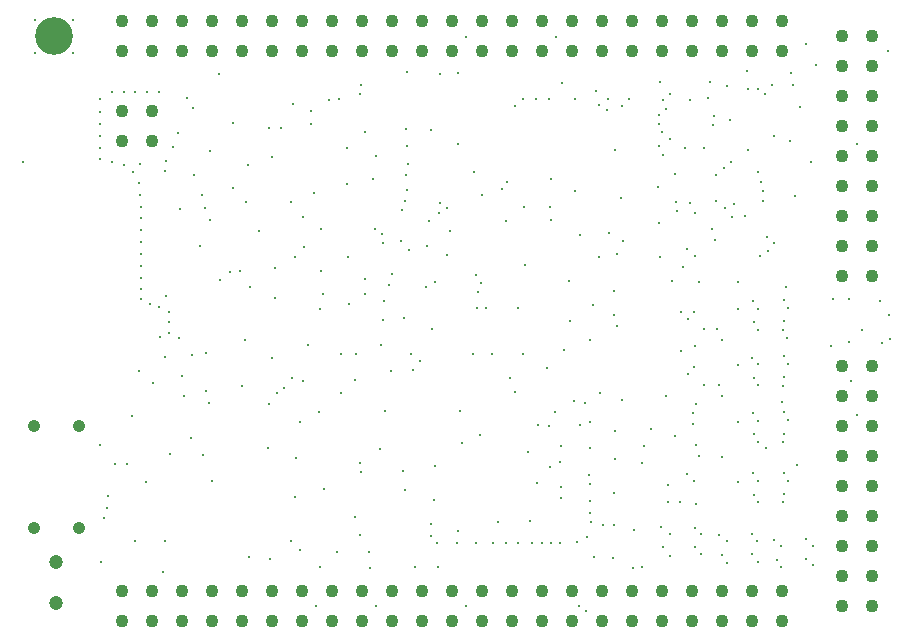
<source format=gbr>
%TF.GenerationSoftware,Altium Limited,Altium Designer,23.9.2 (47)*%
G04 Layer_Color=0*
%FSLAX45Y45*%
%MOMM*%
%TF.SameCoordinates,F1AFF133-CB08-443C-B5AD-2193434A7FAF*%
%TF.FilePolarity,Positive*%
%TF.FileFunction,Plated,1,6,PTH,Drill*%
%TF.Part,Single*%
G01*
G75*
%TA.AperFunction,ComponentDrill*%
%ADD668C,1.10000*%
%ADD669C,1.10000*%
%ADD670C,1.05000*%
%ADD671C,3.20000*%
%ADD672C,1.20000*%
%TA.AperFunction,ViaDrill,NotFilled*%
%ADD673C,0.25000*%
D668*
X8382000Y317500D02*
D03*
Y571500D02*
D03*
X8128000Y317500D02*
D03*
Y571500D02*
D03*
X8382000Y825500D02*
D03*
Y1079500D02*
D03*
Y1333500D02*
D03*
Y1587500D02*
D03*
Y1841500D02*
D03*
Y2095500D02*
D03*
Y2349500D02*
D03*
X8128000Y825500D02*
D03*
Y1079500D02*
D03*
Y1333500D02*
D03*
Y1587500D02*
D03*
Y1841500D02*
D03*
Y2095500D02*
D03*
Y2349500D02*
D03*
X8382000Y3111500D02*
D03*
Y3365500D02*
D03*
X8128000Y3111500D02*
D03*
Y3365500D02*
D03*
X8382000Y3619500D02*
D03*
Y3873500D02*
D03*
Y4127500D02*
D03*
Y4381500D02*
D03*
Y4635500D02*
D03*
Y4889500D02*
D03*
Y5143500D02*
D03*
X8128000Y3619500D02*
D03*
Y3873500D02*
D03*
Y4127500D02*
D03*
Y4381500D02*
D03*
Y4635500D02*
D03*
Y4889500D02*
D03*
Y5143500D02*
D03*
X2286000Y4512400D02*
D03*
Y4258400D02*
D03*
X2032000Y4512400D02*
D03*
Y4258400D02*
D03*
D669*
Y190500D02*
D03*
X2286000D02*
D03*
X2540000D02*
D03*
X2794000D02*
D03*
X3048000D02*
D03*
X3302000D02*
D03*
X3556000D02*
D03*
X3810000D02*
D03*
X4064000D02*
D03*
X4318000D02*
D03*
X4572000D02*
D03*
X4826000D02*
D03*
X5080000D02*
D03*
X5334000D02*
D03*
X5588000D02*
D03*
X5842000D02*
D03*
X6096000D02*
D03*
X6350000D02*
D03*
X6604000D02*
D03*
X6858000D02*
D03*
X7112000D02*
D03*
X7366000D02*
D03*
X7620000D02*
D03*
X2032000Y444500D02*
D03*
X2286000D02*
D03*
X2540000D02*
D03*
X2794000D02*
D03*
X3048000D02*
D03*
X3302000D02*
D03*
X3556000D02*
D03*
X3810000D02*
D03*
X4064000D02*
D03*
X4318000D02*
D03*
X4572000D02*
D03*
X4826000D02*
D03*
X5080000D02*
D03*
X5334000D02*
D03*
X5588000D02*
D03*
X5842000D02*
D03*
X6096000D02*
D03*
X6350000D02*
D03*
X6604000D02*
D03*
X6858000D02*
D03*
X7112000D02*
D03*
X7366000D02*
D03*
X7620000D02*
D03*
X2032000Y5016500D02*
D03*
X2286000D02*
D03*
X2540000D02*
D03*
X2794000D02*
D03*
X3048000D02*
D03*
X3302000D02*
D03*
X3556000D02*
D03*
X3810000D02*
D03*
X4064000D02*
D03*
X4318000D02*
D03*
X4572000D02*
D03*
X4826000D02*
D03*
X5080000D02*
D03*
X5334000D02*
D03*
X5588000D02*
D03*
X5842000D02*
D03*
X6096000D02*
D03*
X6350000D02*
D03*
X6604000D02*
D03*
X6858000D02*
D03*
X7112000D02*
D03*
X7366000D02*
D03*
X7620000D02*
D03*
X2032000Y5270500D02*
D03*
X2286000D02*
D03*
X2540000D02*
D03*
X2794000D02*
D03*
X3048000D02*
D03*
X3302000D02*
D03*
X3556000D02*
D03*
X3810000D02*
D03*
X4064000D02*
D03*
X4318000D02*
D03*
X4572000D02*
D03*
X4826000D02*
D03*
X5080000D02*
D03*
X5334000D02*
D03*
X5588000D02*
D03*
X5842000D02*
D03*
X6096000D02*
D03*
X6350000D02*
D03*
X6604000D02*
D03*
X6858000D02*
D03*
X7112000D02*
D03*
X7366000D02*
D03*
X7620000D02*
D03*
D670*
X1672000Y978000D02*
D03*
X1292000D02*
D03*
X1672000Y1842000D02*
D03*
X1292000D02*
D03*
D671*
X1460500Y5143500D02*
D03*
D672*
X1480000Y345000D02*
D03*
Y695000D02*
D03*
D673*
X6844999Y4605000D02*
D03*
X3500000Y1240000D02*
D03*
X4680000Y1220000D02*
D03*
X2350000Y2850000D02*
D03*
X2520000Y2590000D02*
D03*
X2430000Y2630000D02*
D03*
Y2720000D02*
D03*
X2410000Y2940000D02*
D03*
X6200000Y2990000D02*
D03*
Y2780000D02*
D03*
X5910000Y3460000D02*
D03*
X6230000Y3300000D02*
D03*
X6020000Y2870000D02*
D03*
X5830000Y2730000D02*
D03*
X6075415Y3277763D02*
D03*
X5870000Y3830000D02*
D03*
X6260000Y3770000D02*
D03*
X6620000Y4135000D02*
D03*
X6799117Y4199151D02*
D03*
X5290000Y3580000D02*
D03*
X5670000Y3590000D02*
D03*
X5660000Y3700000D02*
D03*
X6160000Y3480000D02*
D03*
X5672500Y3935000D02*
D03*
X5440000Y3700000D02*
D03*
X5252333Y3849767D02*
D03*
X5080000Y3800000D02*
D03*
X5550000Y1360000D02*
D03*
X3330000Y3180000D02*
D03*
X3200000Y3490000D02*
D03*
X3033178Y3151706D02*
D03*
X6210000Y4180000D02*
D03*
X1300500Y5283500D02*
D03*
Y5003500D02*
D03*
X1620500D02*
D03*
Y5283500D02*
D03*
X3470000Y870000D02*
D03*
X3750432Y1306337D02*
D03*
X6869014Y1862609D02*
D03*
X6517797Y1814703D02*
D03*
X6199866Y1000972D02*
D03*
X6109103Y1006144D02*
D03*
X6080000Y2120000D02*
D03*
X6438295Y1525486D02*
D03*
X5910000Y1850000D02*
D03*
X5560000D02*
D03*
X5650000Y1840000D02*
D03*
X6030000Y730000D02*
D03*
X6190000Y722500D02*
D03*
X5990647Y1431763D02*
D03*
X5998767Y1352460D02*
D03*
X6268605Y2061571D02*
D03*
X6213390Y1796625D02*
D03*
X5994691Y1205648D02*
D03*
X5995000Y1655430D02*
D03*
X5970000Y900000D02*
D03*
X6010017Y1029913D02*
D03*
X5994978Y1103390D02*
D03*
X6201545Y1278754D02*
D03*
X6370000Y960000D02*
D03*
X5967633Y272699D02*
D03*
X5907440Y317440D02*
D03*
X6435385Y647909D02*
D03*
X6360000Y640000D02*
D03*
X5890000Y859213D02*
D03*
X6208114Y1563868D02*
D03*
X5998174Y1875000D02*
D03*
X5745000Y855000D02*
D03*
X5670006Y854056D02*
D03*
X5491177Y1038661D02*
D03*
X5589702Y850942D02*
D03*
X5509520Y852861D02*
D03*
X5390000Y850000D02*
D03*
X5220000Y1030000D02*
D03*
X5179338Y848294D02*
D03*
X5864580Y2053954D02*
D03*
X5960000Y2038584D02*
D03*
X7120000Y2100000D02*
D03*
X7090000Y2190000D02*
D03*
X6960000D02*
D03*
Y2660000D02*
D03*
X7070000D02*
D03*
X6920000Y3060000D02*
D03*
X3870000Y4612500D02*
D03*
X4440000Y4360000D02*
D03*
X4682747Y1503402D02*
D03*
X7378777Y2898539D02*
D03*
X7380069Y1441414D02*
D03*
X7377172Y1951459D02*
D03*
X7424390Y1885414D02*
D03*
X6072813Y4562155D02*
D03*
X6142404Y4518397D02*
D03*
X6050000Y4680000D02*
D03*
X6590000Y4757500D02*
D03*
X6660000Y1200000D02*
D03*
Y1340000D02*
D03*
X5703323Y1959998D02*
D03*
X6721382Y3978618D02*
D03*
X6576480Y3867338D02*
D03*
X6584488Y3564515D02*
D03*
X6900000Y1180000D02*
D03*
X7643968Y1449224D02*
D03*
X7626205Y2047500D02*
D03*
X7628893Y2185388D02*
D03*
X7663279Y2583984D02*
D03*
X7673536Y2370298D02*
D03*
X7643968Y2439223D02*
D03*
X7660000Y3020000D02*
D03*
X7485112Y1656801D02*
D03*
X7390409Y1772427D02*
D03*
X7425123Y1705944D02*
D03*
X6760000Y1200000D02*
D03*
X4240581Y3471270D02*
D03*
X4177817Y3512327D02*
D03*
X4250000Y3390000D02*
D03*
X6593129Y3275707D02*
D03*
X4060000Y4730000D02*
D03*
X4050000Y4650000D02*
D03*
X3790000Y4600000D02*
D03*
X4650000Y910000D02*
D03*
X4700000Y850000D02*
D03*
X4882230Y950913D02*
D03*
X4725905Y3732344D02*
D03*
X4788695Y3691326D02*
D03*
X3580000Y3360000D02*
D03*
X3640000Y4400000D02*
D03*
X8450000Y2900000D02*
D03*
X4900000Y1970000D02*
D03*
X2980000Y3860000D02*
D03*
X2640000Y4532833D02*
D03*
X6265622Y4553521D02*
D03*
X4400000Y3410000D02*
D03*
X4470147Y3335306D02*
D03*
X7159737Y4723983D02*
D03*
X7015527Y4754889D02*
D03*
X7049136Y4466648D02*
D03*
X7041126Y4389700D02*
D03*
X7540000Y4730000D02*
D03*
X7702500Y4830000D02*
D03*
X3540000Y1880000D02*
D03*
X5470000Y1620000D02*
D03*
X7672830Y1890000D02*
D03*
X7735777Y3790405D02*
D03*
X5320000Y2250000D02*
D03*
X5010000Y2450000D02*
D03*
X3470000Y3739832D02*
D03*
X2467798Y4206829D02*
D03*
X6877625Y2338752D02*
D03*
X6230000Y2690000D02*
D03*
X3658860Y3817500D02*
D03*
X5040000Y2840000D02*
D03*
X4420000Y2760000D02*
D03*
X4638253Y3580186D02*
D03*
X6690750Y3072093D02*
D03*
X2508230Y4322875D02*
D03*
X5750000Y1670000D02*
D03*
X5747673Y1541987D02*
D03*
X5780000Y2486550D02*
D03*
X4500000Y2320000D02*
D03*
X4915575Y1699320D02*
D03*
X1885752Y1064249D02*
D03*
X1910000Y1150000D02*
D03*
X5017432Y3989517D02*
D03*
X7747500Y1508948D02*
D03*
X7628893Y1705388D02*
D03*
X1847887Y1685174D02*
D03*
X3509606Y1573840D02*
D03*
X4649005Y1010000D02*
D03*
X7424400Y4699156D02*
D03*
X7328319Y4846500D02*
D03*
X7340000Y4700000D02*
D03*
X5822616Y3070065D02*
D03*
X6454505Y1671541D02*
D03*
X2440000Y1610000D02*
D03*
X2180000Y2310000D02*
D03*
X7418679Y2365207D02*
D03*
X7368441Y2420895D02*
D03*
X6327943Y4608869D02*
D03*
X7060000Y3420000D02*
D03*
X7030000Y3510000D02*
D03*
X6890000Y3650000D02*
D03*
X7505734Y3328738D02*
D03*
X6726293Y3740410D02*
D03*
X7450000Y3910000D02*
D03*
X7460043Y3830000D02*
D03*
X7460000Y3750000D02*
D03*
X7314082Y3623987D02*
D03*
X7068166Y3969168D02*
D03*
X7220000Y3720000D02*
D03*
X7200000Y3610000D02*
D03*
X7418758Y3994981D02*
D03*
X7870000Y4080000D02*
D03*
X8524822Y5021488D02*
D03*
X7140000Y3690000D02*
D03*
X8467629Y2543086D02*
D03*
X7560000Y3390000D02*
D03*
X8060000Y2920000D02*
D03*
X8301041Y2657970D02*
D03*
X7500000Y3440000D02*
D03*
X7643968Y2909224D02*
D03*
X7673536Y2840298D02*
D03*
X8191820Y2549928D02*
D03*
X8039342Y2519342D02*
D03*
X8542436Y2581621D02*
D03*
X6890000Y3280000D02*
D03*
X7440000D02*
D03*
X6843692Y3732214D02*
D03*
X7130000Y4030000D02*
D03*
X7190000Y4080000D02*
D03*
X7068432Y3750256D02*
D03*
X6280000Y3410000D02*
D03*
X6738605Y3663204D02*
D03*
X6820000Y3340000D02*
D03*
X6790000Y3190000D02*
D03*
X7691319Y4259599D02*
D03*
X7425122Y2655943D02*
D03*
X7628893Y2655388D02*
D03*
X8210573Y2225834D02*
D03*
X8260000Y1940000D02*
D03*
X5750000Y1230000D02*
D03*
X5636720Y2335000D02*
D03*
X5430000Y2450000D02*
D03*
X5447500Y3206821D02*
D03*
X4010002Y1070000D02*
D03*
X6830382Y2280300D02*
D03*
X6640000Y2100000D02*
D03*
X6899999Y2029926D02*
D03*
X6870000Y1950000D02*
D03*
X6600184Y990000D02*
D03*
X6582500Y4400000D02*
D03*
Y4210000D02*
D03*
Y4480000D02*
D03*
X5870000Y4610000D02*
D03*
X6150000D02*
D03*
X6720000Y1760000D02*
D03*
X5750000Y1330000D02*
D03*
X5660000Y1500000D02*
D03*
X6889999Y2520500D02*
D03*
X7250000Y3060000D02*
D03*
X6610000Y4330000D02*
D03*
X7560000Y4300000D02*
D03*
X6770000Y2810000D02*
D03*
X7340000Y4180000D02*
D03*
X7641590Y2259305D02*
D03*
X6920000Y1590000D02*
D03*
X7090000Y920000D02*
D03*
X6620000Y820000D02*
D03*
X8260000Y4230000D02*
D03*
X6000000Y2570002D02*
D03*
X4870000Y850000D02*
D03*
X5030000D02*
D03*
X6960000Y4200000D02*
D03*
X7415000Y870298D02*
D03*
X7424390Y1375413D02*
D03*
X6886967Y983033D02*
D03*
X6940000Y930000D02*
D03*
Y760000D02*
D03*
X7417877Y692123D02*
D03*
X7371590Y759305D02*
D03*
X7890000Y670000D02*
D03*
X7831590Y719305D02*
D03*
X7830000Y890000D02*
D03*
X7890000Y830298D02*
D03*
X7369857Y930190D02*
D03*
X2870000Y3080000D02*
D03*
X3500000Y3270000D02*
D03*
X2950000Y3150000D02*
D03*
X3330658Y2930659D02*
D03*
X4250000Y2740000D02*
D03*
X4660000Y2660000D02*
D03*
X5390000Y2840000D02*
D03*
X2400000Y2430000D02*
D03*
X3540000Y790000D02*
D03*
X6674390Y925413D02*
D03*
X6891590Y819305D02*
D03*
X7155123Y685944D02*
D03*
X7615123Y645943D02*
D03*
X6879999Y1380000D02*
D03*
X6820000Y1440000D02*
D03*
X6770000Y2480000D02*
D03*
X7118163Y1582361D02*
D03*
X7118163Y2572361D02*
D03*
X7120409Y752426D02*
D03*
X7154390Y865413D02*
D03*
X6675123Y745943D02*
D03*
X7580409Y712426D02*
D03*
X7558441Y880895D02*
D03*
X7614390Y825413D02*
D03*
X7641589Y2729305D02*
D03*
X7390409Y2722426D02*
D03*
X7424390Y2835413D02*
D03*
X7253733Y2830000D02*
D03*
X6830382Y2750300D02*
D03*
X6877625Y2808752D02*
D03*
X7390409Y2252426D02*
D03*
X7425123Y2185943D02*
D03*
X7253733Y2360000D02*
D03*
X7641590Y1779306D02*
D03*
X7643968Y1959224D02*
D03*
X7628893Y1195388D02*
D03*
X7641590Y1269305D02*
D03*
X7673536Y1380298D02*
D03*
X6900000Y1680000D02*
D03*
X7253733Y1880001D02*
D03*
Y1370000D02*
D03*
X7390409Y1262426D02*
D03*
X7425123Y1195944D02*
D03*
X5116260Y2841998D02*
D03*
X5165000Y2450000D02*
D03*
X4710658Y650658D02*
D03*
X3712176Y646743D02*
D03*
X4140000Y642500D02*
D03*
X4130000Y780000D02*
D03*
X3860000D02*
D03*
X4050000Y920000D02*
D03*
X2560000Y2100000D02*
D03*
X3100000Y4050000D02*
D03*
X5073717Y3051151D02*
D03*
X5050000Y2980000D02*
D03*
X5030000Y3120000D02*
D03*
X4790000Y3290000D02*
D03*
X3610000Y2530000D02*
D03*
X3890000Y2450000D02*
D03*
X4020000D02*
D03*
X4230000Y2530000D02*
D03*
X4310000Y2309998D02*
D03*
X4610000Y3020000D02*
D03*
X4430000Y1300000D02*
D03*
X4251747Y2897500D02*
D03*
X5296038Y3910717D02*
D03*
X4880000Y4230000D02*
D03*
X5650001Y4609998D02*
D03*
X4655412Y4350000D02*
D03*
X4720000Y3650000D02*
D03*
X4810000Y3490000D02*
D03*
X4685114Y3064220D02*
D03*
X4410000Y3670000D02*
D03*
X8533671Y2778866D02*
D03*
X3270000Y1660000D02*
D03*
X5290000Y850000D02*
D03*
X4190000Y4130000D02*
D03*
X5360000Y2130000D02*
D03*
X5070000Y1770000D02*
D03*
X2700000Y3370000D02*
D03*
X3077352Y2569393D02*
D03*
X7481743Y4650021D02*
D03*
X4010000Y2230000D02*
D03*
X3570000Y2220000D02*
D03*
X3710000Y2830000D02*
D03*
X4090000Y2960000D02*
D03*
X2360000Y2600000D02*
D03*
X4419412Y1459077D02*
D03*
X2720000Y1600000D02*
D03*
X3408565Y2166852D02*
D03*
X3350000Y2120000D02*
D03*
X4050000Y1530000D02*
D03*
X3290000Y720000D02*
D03*
X4520000Y650000D02*
D03*
X2150000Y870000D02*
D03*
X1860000Y690000D02*
D03*
X2400000Y870000D02*
D03*
X2380000Y610000D02*
D03*
X2120000Y1930000D02*
D03*
X1980000Y1523734D02*
D03*
X2080000Y1520000D02*
D03*
X1913791Y1250948D02*
D03*
X4220000Y1650000D02*
D03*
X3471666Y2250967D02*
D03*
X3700000Y1960000D02*
D03*
X3960000Y2880000D02*
D03*
X3739998Y2959999D02*
D03*
X2977500Y4407500D02*
D03*
X2710659Y3800659D02*
D03*
X2740000Y3690000D02*
D03*
X3090000Y3740000D02*
D03*
X2780000Y3590000D02*
D03*
X3570000Y3610000D02*
D03*
X4090000Y4330000D02*
D03*
X2780000Y4170000D02*
D03*
X3380000Y4370000D02*
D03*
X3720000Y3510000D02*
D03*
X3310000Y4120000D02*
D03*
X2769342Y2040661D02*
D03*
X2240000Y1370000D02*
D03*
X2800000Y1380000D02*
D03*
X2620000Y1740000D02*
D03*
X2630000Y2440000D02*
D03*
X3110000Y730000D02*
D03*
X2540000Y2270000D02*
D03*
X3050000Y2180000D02*
D03*
X3310000Y2420000D02*
D03*
X3940000Y3890000D02*
D03*
Y4200000D02*
D03*
X5760000Y4750000D02*
D03*
X3950000Y3270000D02*
D03*
X3890000Y2120000D02*
D03*
X4060000Y1450000D02*
D03*
X4880000Y4830000D02*
D03*
X1200000Y4080000D02*
D03*
X2860000Y4820000D02*
D03*
X5360000Y4550000D02*
D03*
X4730000Y4820000D02*
D03*
X3480000Y4570000D02*
D03*
X4260000Y1970000D02*
D03*
X7910000Y4900000D02*
D03*
X7772455Y4541138D02*
D03*
X7720000Y4730000D02*
D03*
X7184135Y4430000D02*
D03*
X7830000Y5080000D02*
D03*
X7000000Y4617500D02*
D03*
X6680000Y4657500D02*
D03*
X4620000Y3370000D02*
D03*
X4450000Y4840000D02*
D03*
X8188000Y2914999D02*
D03*
X6641771Y4528229D02*
D03*
X6675815Y4271571D02*
D03*
X6620000Y4600000D02*
D03*
X3639998Y4509999D02*
D03*
X5430002Y4609998D02*
D03*
X2750002Y2140001D02*
D03*
X4429999Y3750000D02*
D03*
X4952487Y5137236D02*
D03*
X5710469Y5139578D02*
D03*
X5540817Y4609998D02*
D03*
X4480001Y2449998D02*
D03*
X4560001Y2389998D02*
D03*
X4440001Y3970000D02*
D03*
X3121355Y3019999D02*
D03*
X2300575Y2211070D02*
D03*
X4300002Y3039999D02*
D03*
X4460001Y4060002D02*
D03*
X4160002Y3930000D02*
D03*
X4092499Y3090001D02*
D03*
X2270000Y2880000D02*
D03*
X2200000Y2920000D02*
D03*
X2430000Y2810000D02*
D03*
X2750002Y2460000D02*
D03*
X3679998Y319999D02*
D03*
X4189999D02*
D03*
X2200000Y3200000D02*
D03*
Y3000000D02*
D03*
Y3100000D02*
D03*
Y3300000D02*
D03*
Y3400000D02*
D03*
X2180001Y3900002D02*
D03*
X2200001Y3699998D02*
D03*
X2189998Y3800003D02*
D03*
X2049998Y4050000D02*
D03*
X1949999Y4080002D02*
D03*
X2129998Y3990000D02*
D03*
X2190000Y4060000D02*
D03*
X2200001Y3599998D02*
D03*
X2200000Y3500000D02*
D03*
X2530000Y3680000D02*
D03*
X2400000Y4000002D02*
D03*
X2650002Y3970000D02*
D03*
X1950000Y4670000D02*
D03*
X1849999Y4400001D02*
D03*
Y4500001D02*
D03*
X1850000Y4610000D02*
D03*
X1849999Y4300002D02*
D03*
Y4100002D02*
D03*
X1850000Y4200000D02*
D03*
X2050001Y4670000D02*
D03*
X2405305Y4087301D02*
D03*
X2590002Y4620001D02*
D03*
X2250000Y4670000D02*
D03*
X2150001D02*
D03*
X2350000D02*
D03*
X3279999Y4369999D02*
D03*
X3719998Y3156915D02*
D03*
X4949998Y319999D02*
D03*
X4453077Y4211808D02*
D03*
X4320002Y3130001D02*
D03*
X3279308Y2029998D02*
D03*
X4450659Y3840658D02*
D03*
%TF.MD5,27a669b4bff389edf4aaa041fddf565b*%
M02*

</source>
